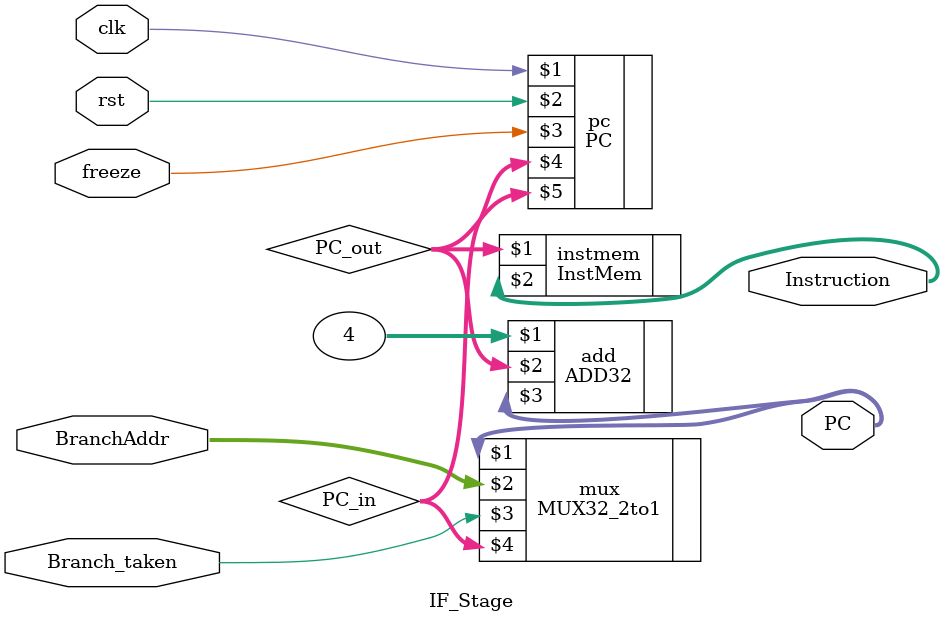
<source format=sv>
module IF_Stage(
	input clk, rst, freeze, Branch_taken,
	input [31:0] BranchAddr,
	output [31:0] PC, Instruction
);
	wire [31:0] PC_in, PC_out;

	MUX32_2to1 mux(PC, BranchAddr, Branch_taken, PC_in);
	PC pc(clk, rst, freeze, PC_in, PC_out);
	ADD32 add(32'd4, PC_out, PC);
	InstMem instmem(PC_out, Instruction);

endmodule




</source>
